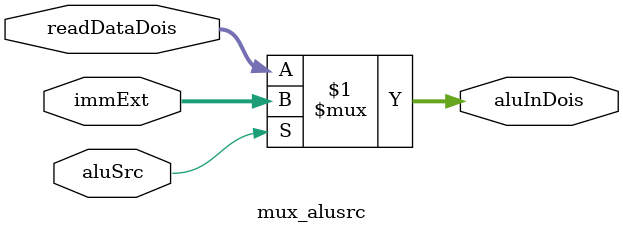
<source format=v>
module mux_alusrc(readDataDois,immExt,aluSrc,aluInDois);
	input wire [31:0] readDataDois; //valor de rt (registrador)
	input wire [31:0] immExt; //imediato extendido
	input wire aluSrc; //sinal de controle
	output wire [31:0] aluInDois; //saida para a ULA

   // Se ALUSrc = 0 → pega valor do registrador (rt)
   // Se ALUSrc = 1 → pega imediato estendido
   assign aluInDois = (aluSrc) ? immExt : readDataDois;

endmodule
</source>
